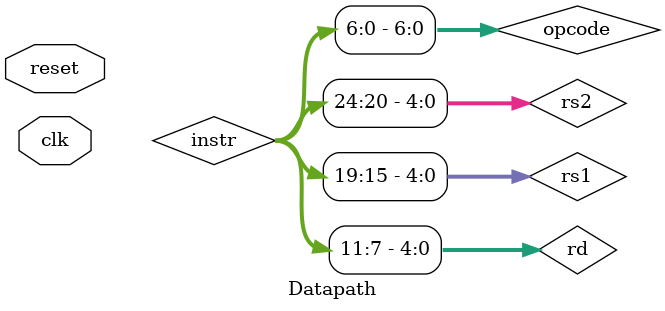
<source format=v>
module Datapath (
    input wire clk, reset
);

    // 定義內部信號
    wire [31:0] pc, next_pc, instr, imm, rd1, rd2, alu_result, mem_read_data;
    wire [6:0] opcode = instr[6:0];
    wire [2:0] funct3 = instr[14:12];
    wire [4:0] rs1 = instr[19:15], rs2 = instr[24:20], rd = instr[11:7];
    wire [3:0] alu_control;
    wire [1:0] alu_op;
    wire branch_taken, reg_write, alu_src, mem_read, mem_write, mem_to_reg;
    wire [31:0] alu_src_b, write_data;
    
    // 例化 PC
    ProgramCounter pc_module (
        .clk(clk),
        .reset(reset),
        .next_pc(next_pc),
        .pc(pc)
    );

    // 例化指令記憶體
    InstructionMemory instr_mem (
        .addr(pc),
        .instr(instr)
    );

    // 例化控制單元
    ControlUnit control_unit (
        .opcode(opcode),
        .RegWrite(reg_write),
        .ALUSrc(alu_src),
        .MemRead(mem_read),
        .MemWrite(mem_write),
        .Branch(branch_taken),
        .MemToReg(mem_to_reg),
        .ALUOp(alu_op)
    );

    // 例化立即數生成器
    ImmediateGenerator imm_gen (
        .instr(instr),
        .imm_out(imm)
    );

    // 例化暫存器檔案
    RegisterFile reg_file (
        .clk(clk),
        .we(reg_write),
        .rs1(rs1),
        .rs2(rs2),
        .rd(rd),
        .wd(write_data),
        .rd1(rd1),
        .rd2(rd2)
    );

    // ALU 的第二個輸入來源（rs2 or Immediate）
    assign alu_src_b = alu_src ? imm : rd2;

    // 例化 ALU
    ALU alu (
        .A(rd1),
        .B(alu_src_b),
        .ALUOp(alu_control),
        .Result(alu_result),
        .Zero()
    );

    // 例化 ALU 控制單元
    ALUControl alu_control_unit (
        .ALUOp(alu_op),
        .Funct3(funct3),
        .ALUControl(alu_control)
    );

    // 例化數據記憶體
    DataMemory data_mem (
        .clk(clk),
        .MemRead(mem_read),
        .MemWrite(mem_write),
        .addr(alu_result),
        .write_data(rd2),
        .read_data(mem_read_data)
    );

    // 例化分支比較單元
    BranchComparator branch_comp (
        .rs1(rd1),
        .rs2(rd2),
        .funct3(funct3),
        .BranchTaken(branch_taken)
    );

    // 決定是否要改變 PC
    assign next_pc = (branch_taken === 1'b1)  ? (pc + (imm << 1)) : (pc + 4);

    // 決定寫回暫存器的值
    assign write_data = mem_to_reg ? mem_read_data : alu_result;
/*/-------------------------------------------------------------------------
    //debug pc
    always @(*) begin
    $display("PC=%h | Instr=%h", pc, instr);
end
    //debug next pc
    always @(*) begin
    $display("Time=%0t | PC=%h | next_PC=%h | BranchTaken=%b | Instr=%h", 
              $time, pc, next_pc, branch_taken, instr);
end
   //debug for imm
    always @(*) begin
    $display("Time=%0t | Instr=%h | Imm=%h", $time, instr, imm);
end
    always @(*) begin
    $display("BranchCheck: rs1=%h | rs2=%h | funct3=%b | BranchTaken=%b", 
             rs1, rs2, funct3, branch_taken);
end
    //debug for reg
    always @(*) begin
    $display("RegFile: rs1=%h | rd1=%h | rs2=%h | rd2=%h | rd=%h | wd=%h | we=%b",
              rs1, rd1, rs2, rd2, rd, write_data, reg_write);
end
    //debug for branch
    always @(*) begin
    $display("BranchCheck: rs1=%h | rs2=%h | funct3=%b | BranchTaken=%b", 
             rs1, rs2, funct3, branch_taken);
end
    //debug for alu
    always @(*) begin
    $display("ALU: A=%h | B=%h | ALUOp=%b | Result=%h ", 
              rd1, alu_src_b, alu_control, alu_result);
end
*/

endmodule

</source>
